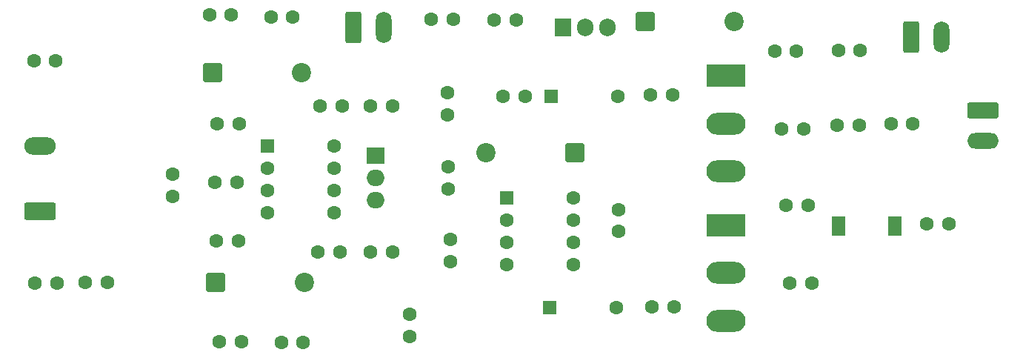
<source format=gbr>
%TF.GenerationSoftware,KiCad,Pcbnew,9.0.3*%
%TF.CreationDate,2025-10-25T15:11:56+05:30*%
%TF.ProjectId,Vicharak,56696368-6172-4616-9b2e-6b696361645f,rev?*%
%TF.SameCoordinates,Original*%
%TF.FileFunction,Soldermask,Top*%
%TF.FilePolarity,Negative*%
%FSLAX46Y46*%
G04 Gerber Fmt 4.6, Leading zero omitted, Abs format (unit mm)*
G04 Created by KiCad (PCBNEW 9.0.3) date 2025-10-25 15:11:56*
%MOMM*%
%LPD*%
G01*
G04 APERTURE LIST*
G04 Aperture macros list*
%AMRoundRect*
0 Rectangle with rounded corners*
0 $1 Rounding radius*
0 $2 $3 $4 $5 $6 $7 $8 $9 X,Y pos of 4 corners*
0 Add a 4 corners polygon primitive as box body*
4,1,4,$2,$3,$4,$5,$6,$7,$8,$9,$2,$3,0*
0 Add four circle primitives for the rounded corners*
1,1,$1+$1,$2,$3*
1,1,$1+$1,$4,$5*
1,1,$1+$1,$6,$7*
1,1,$1+$1,$8,$9*
0 Add four rect primitives between the rounded corners*
20,1,$1+$1,$2,$3,$4,$5,0*
20,1,$1+$1,$4,$5,$6,$7,0*
20,1,$1+$1,$6,$7,$8,$9,0*
20,1,$1+$1,$8,$9,$2,$3,0*%
G04 Aperture macros list end*
%ADD10R,2.000000X1.905000*%
%ADD11O,2.000000X1.905000*%
%ADD12C,1.600000*%
%ADD13R,1.500000X2.200000*%
%ADD14R,1.905000X2.000000*%
%ADD15O,1.905000X2.000000*%
%ADD16RoundRect,0.250000X1.550000X-0.750000X1.550000X0.750000X-1.550000X0.750000X-1.550000X-0.750000X0*%
%ADD17O,3.600000X2.000000*%
%ADD18RoundRect,0.250000X-0.550000X-0.550000X0.550000X-0.550000X0.550000X0.550000X-0.550000X0.550000X0*%
%ADD19RoundRect,0.249999X0.850001X0.850001X-0.850001X0.850001X-0.850001X-0.850001X0.850001X-0.850001X0*%
%ADD20C,2.200000*%
%ADD21RoundRect,0.249999X-0.850001X-0.850001X0.850001X-0.850001X0.850001X0.850001X-0.850001X0.850001X0*%
%ADD22R,4.500000X2.500000*%
%ADD23O,4.500000X2.500000*%
%ADD24RoundRect,0.250000X-0.650000X-1.550000X0.650000X-1.550000X0.650000X1.550000X-0.650000X1.550000X0*%
%ADD25O,1.800000X3.600000*%
%ADD26RoundRect,0.250000X-1.550000X0.650000X-1.550000X-0.650000X1.550000X-0.650000X1.550000X0.650000X0*%
%ADD27O,3.600000X1.800000*%
G04 APERTURE END LIST*
D10*
%TO.C,Q1*%
X53800000Y-74020000D03*
D11*
X53800000Y-76560000D03*
X53800000Y-79100000D03*
%TD*%
D12*
%TO.C,R6*%
X49745000Y-85050000D03*
X47205000Y-85050000D03*
%TD*%
%TO.C,R7*%
X62050000Y-77840000D03*
X62050000Y-75300000D03*
%TD*%
D13*
%TO.C,L1*%
X106700000Y-82100000D03*
X113100000Y-82100000D03*
%TD*%
D12*
%TO.C,R_T1*%
X35605000Y-83790000D03*
X38145000Y-83790000D03*
%TD*%
%TO.C,R4*%
X14810000Y-88600000D03*
X17350000Y-88600000D03*
%TD*%
%TO.C,R1*%
X49940000Y-68350000D03*
X47400000Y-68350000D03*
%TD*%
%TO.C,C15*%
X67350000Y-58550000D03*
X69850000Y-58550000D03*
%TD*%
%TO.C,C_T1*%
X35450000Y-77150000D03*
X37950000Y-77150000D03*
%TD*%
%TO.C,C7*%
X35950000Y-95350000D03*
X38450000Y-95350000D03*
%TD*%
D14*
%TO.C,Q2*%
X75220000Y-59450000D03*
D15*
X77760000Y-59450000D03*
X80300000Y-59450000D03*
%TD*%
D12*
%TO.C,R10*%
X106505000Y-70600000D03*
X109045000Y-70600000D03*
%TD*%
%TO.C,C10*%
X100700000Y-79750000D03*
X103200000Y-79750000D03*
%TD*%
D16*
%TO.C,J1*%
X15450000Y-80450000D03*
D17*
X15450000Y-72950000D03*
%TD*%
D18*
%TO.C,D5*%
X73830000Y-67250000D03*
D12*
X81450000Y-67250000D03*
%TD*%
D19*
%TO.C,D4*%
X76550000Y-73700000D03*
D20*
X66390000Y-73700000D03*
%TD*%
D12*
%TO.C,C2*%
X34800000Y-58000000D03*
X37300000Y-58000000D03*
%TD*%
%TO.C,C8*%
X43000000Y-95400000D03*
X45500000Y-95400000D03*
%TD*%
D18*
%TO.C,D6*%
X73690000Y-91400000D03*
D12*
X81310000Y-91400000D03*
%TD*%
D21*
%TO.C,D1*%
X35140000Y-64550000D03*
D20*
X45300000Y-64550000D03*
%TD*%
D12*
%TO.C,C12*%
X100200000Y-71000000D03*
X102700000Y-71000000D03*
%TD*%
%TO.C,C13*%
X81600000Y-80200000D03*
X81600000Y-82700000D03*
%TD*%
%TO.C,R8*%
X53160000Y-68350000D03*
X55700000Y-68350000D03*
%TD*%
%TO.C,C19*%
X116800000Y-81850000D03*
X119300000Y-81850000D03*
%TD*%
D21*
%TO.C,D3*%
X35540000Y-88550000D03*
D20*
X45700000Y-88550000D03*
%TD*%
D12*
%TO.C,C14*%
X60150000Y-58450000D03*
X62650000Y-58450000D03*
%TD*%
D18*
%TO.C,U2*%
X41395000Y-72990000D03*
D12*
X41395000Y-75530000D03*
X41395000Y-78070000D03*
X41395000Y-80610000D03*
X49015000Y-80610000D03*
X49015000Y-78070000D03*
X49015000Y-75530000D03*
X49015000Y-72990000D03*
%TD*%
%TO.C,C4*%
X14750000Y-63250000D03*
X17250000Y-63250000D03*
%TD*%
%TO.C,R11*%
X85210000Y-67100000D03*
X87750000Y-67100000D03*
%TD*%
%TO.C,C16*%
X99400000Y-62150000D03*
X101900000Y-62150000D03*
%TD*%
D22*
%TO.C,Q4*%
X93850000Y-82000000D03*
D23*
X93850000Y-87450000D03*
X93850000Y-92900000D03*
%TD*%
D12*
%TO.C,R12*%
X85405000Y-91350000D03*
X87945000Y-91350000D03*
%TD*%
%TO.C,R3*%
X20610000Y-88550000D03*
X23150000Y-88550000D03*
%TD*%
%TO.C,C6*%
X62000000Y-69400000D03*
X62000000Y-66900000D03*
%TD*%
%TO.C,C5*%
X62300000Y-86150000D03*
X62300000Y-83650000D03*
%TD*%
%TO.C,C18*%
X112700000Y-70450000D03*
X115200000Y-70450000D03*
%TD*%
D21*
%TO.C,D2*%
X84640000Y-58750000D03*
D20*
X94800000Y-58750000D03*
%TD*%
D12*
%TO.C,C1*%
X41850000Y-58200000D03*
X44350000Y-58200000D03*
%TD*%
D22*
%TO.C,Q3*%
X93850000Y-64950000D03*
D23*
X93850000Y-70400000D03*
X93850000Y-75850000D03*
%TD*%
D24*
%TO.C,J2*%
X51250000Y-59450000D03*
D25*
X54750000Y-59450000D03*
%TD*%
D12*
%TO.C,R5*%
X53160000Y-85050000D03*
X55700000Y-85050000D03*
%TD*%
%TO.C,R9*%
X68355000Y-67300000D03*
X70895000Y-67300000D03*
%TD*%
%TO.C,C17*%
X106700000Y-62050000D03*
X109200000Y-62050000D03*
%TD*%
%TO.C,C11*%
X101150000Y-88650000D03*
X103650000Y-88650000D03*
%TD*%
%TO.C,C9*%
X57650000Y-94700000D03*
X57650000Y-92200000D03*
%TD*%
D24*
%TO.C,J3*%
X115000000Y-60550000D03*
D25*
X118500000Y-60550000D03*
%TD*%
D12*
%TO.C,R_T2*%
X35705000Y-70450000D03*
X38245000Y-70450000D03*
%TD*%
%TO.C,R_T3*%
X30550000Y-78695000D03*
X30550000Y-76155000D03*
%TD*%
D26*
%TO.C,J4*%
X123250000Y-68900000D03*
D27*
X123250000Y-72400000D03*
%TD*%
D18*
%TO.C,U3*%
X68800000Y-78920000D03*
D12*
X68800000Y-81460000D03*
X68800000Y-84000000D03*
X68800000Y-86540000D03*
X76420000Y-86540000D03*
X76420000Y-84000000D03*
X76420000Y-81460000D03*
X76420000Y-78920000D03*
%TD*%
M02*

</source>
